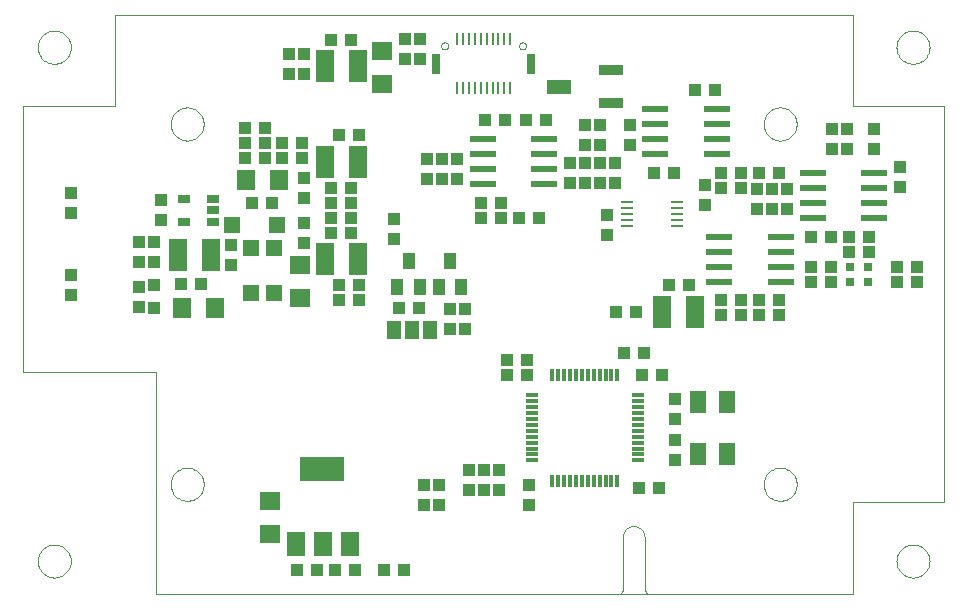
<source format=gtp>
G75*
G70*
%OFA0B0*%
%FSLAX24Y24*%
%IPPOS*%
%LPD*%
%AMOC8*
5,1,8,0,0,1.08239X$1,22.5*
%
%ADD10C,0.0000*%
%ADD11R,0.0394X0.0118*%
%ADD12R,0.0118X0.0394*%
%ADD13R,0.0394X0.0433*%
%ADD14R,0.0433X0.0394*%
%ADD15R,0.0315X0.0315*%
%ADD16R,0.0590X0.0790*%
%ADD17R,0.1500X0.0790*%
%ADD18R,0.0709X0.0630*%
%ADD19R,0.0630X0.0709*%
%ADD20R,0.0551X0.0748*%
%ADD21R,0.0394X0.0394*%
%ADD22R,0.0394X0.0276*%
%ADD23R,0.0551X0.0551*%
%ADD24R,0.0630X0.1063*%
%ADD25R,0.0394X0.0551*%
%ADD26R,0.0098X0.0394*%
%ADD27R,0.0315X0.0709*%
%ADD28R,0.0870X0.0240*%
%ADD29R,0.0866X0.0236*%
%ADD30R,0.0394X0.0098*%
%ADD31R,0.0460X0.0630*%
%ADD32R,0.0787X0.0354*%
%ADD33R,0.0787X0.0512*%
D10*
X000780Y001331D02*
X000782Y001378D01*
X000788Y001424D01*
X000798Y001470D01*
X000811Y001515D01*
X000829Y001558D01*
X000850Y001600D01*
X000874Y001640D01*
X000902Y001677D01*
X000933Y001712D01*
X000967Y001745D01*
X001003Y001774D01*
X001042Y001800D01*
X001083Y001823D01*
X001126Y001842D01*
X001170Y001858D01*
X001215Y001870D01*
X001261Y001878D01*
X001308Y001882D01*
X001354Y001882D01*
X001401Y001878D01*
X001447Y001870D01*
X001492Y001858D01*
X001536Y001842D01*
X001579Y001823D01*
X001620Y001800D01*
X001659Y001774D01*
X001695Y001745D01*
X001729Y001712D01*
X001760Y001677D01*
X001788Y001640D01*
X001812Y001600D01*
X001833Y001558D01*
X001851Y001515D01*
X001864Y001470D01*
X001874Y001424D01*
X001880Y001378D01*
X001882Y001331D01*
X001880Y001284D01*
X001874Y001238D01*
X001864Y001192D01*
X001851Y001147D01*
X001833Y001104D01*
X001812Y001062D01*
X001788Y001022D01*
X001760Y000985D01*
X001729Y000950D01*
X001695Y000917D01*
X001659Y000888D01*
X001620Y000862D01*
X001579Y000839D01*
X001536Y000820D01*
X001492Y000804D01*
X001447Y000792D01*
X001401Y000784D01*
X001354Y000780D01*
X001308Y000780D01*
X001261Y000784D01*
X001215Y000792D01*
X001170Y000804D01*
X001126Y000820D01*
X001083Y000839D01*
X001042Y000862D01*
X001003Y000888D01*
X000967Y000917D01*
X000933Y000950D01*
X000902Y000985D01*
X000874Y001022D01*
X000850Y001062D01*
X000829Y001104D01*
X000811Y001147D01*
X000798Y001192D01*
X000788Y001238D01*
X000782Y001284D01*
X000780Y001331D01*
X004717Y000248D02*
X004717Y007630D01*
X000288Y007630D01*
X000288Y016489D01*
X003339Y016489D01*
X003339Y019540D01*
X027945Y019540D01*
X027945Y016489D01*
X030996Y016489D01*
X030996Y003300D01*
X027945Y003300D01*
X027945Y000248D01*
X004717Y000248D01*
X005209Y003890D02*
X005211Y003937D01*
X005217Y003983D01*
X005227Y004029D01*
X005240Y004074D01*
X005258Y004117D01*
X005279Y004159D01*
X005303Y004199D01*
X005331Y004236D01*
X005362Y004271D01*
X005396Y004304D01*
X005432Y004333D01*
X005471Y004359D01*
X005512Y004382D01*
X005555Y004401D01*
X005599Y004417D01*
X005644Y004429D01*
X005690Y004437D01*
X005737Y004441D01*
X005783Y004441D01*
X005830Y004437D01*
X005876Y004429D01*
X005921Y004417D01*
X005965Y004401D01*
X006008Y004382D01*
X006049Y004359D01*
X006088Y004333D01*
X006124Y004304D01*
X006158Y004271D01*
X006189Y004236D01*
X006217Y004199D01*
X006241Y004159D01*
X006262Y004117D01*
X006280Y004074D01*
X006293Y004029D01*
X006303Y003983D01*
X006309Y003937D01*
X006311Y003890D01*
X006309Y003843D01*
X006303Y003797D01*
X006293Y003751D01*
X006280Y003706D01*
X006262Y003663D01*
X006241Y003621D01*
X006217Y003581D01*
X006189Y003544D01*
X006158Y003509D01*
X006124Y003476D01*
X006088Y003447D01*
X006049Y003421D01*
X006008Y003398D01*
X005965Y003379D01*
X005921Y003363D01*
X005876Y003351D01*
X005830Y003343D01*
X005783Y003339D01*
X005737Y003339D01*
X005690Y003343D01*
X005644Y003351D01*
X005599Y003363D01*
X005555Y003379D01*
X005512Y003398D01*
X005471Y003421D01*
X005432Y003447D01*
X005396Y003476D01*
X005362Y003509D01*
X005331Y003544D01*
X005303Y003581D01*
X005279Y003621D01*
X005258Y003663D01*
X005240Y003706D01*
X005227Y003751D01*
X005217Y003797D01*
X005211Y003843D01*
X005209Y003890D01*
X020275Y002135D02*
X020275Y000360D01*
X020242Y000310D01*
X020192Y000248D01*
X021092Y000248D01*
X021042Y000310D01*
X021005Y000360D01*
X021005Y002135D01*
X021003Y002172D01*
X020998Y002208D01*
X020988Y002244D01*
X020975Y002279D01*
X020959Y002312D01*
X020940Y002344D01*
X020917Y002373D01*
X020891Y002400D01*
X020863Y002424D01*
X020833Y002445D01*
X020801Y002463D01*
X020767Y002477D01*
X020731Y002488D01*
X020695Y002496D01*
X020658Y002500D01*
X020622Y002500D01*
X020585Y002496D01*
X020549Y002488D01*
X020513Y002477D01*
X020479Y002463D01*
X020447Y002445D01*
X020417Y002424D01*
X020389Y002400D01*
X020363Y002373D01*
X020340Y002344D01*
X020321Y002312D01*
X020305Y002279D01*
X020292Y002244D01*
X020282Y002208D01*
X020277Y002172D01*
X020275Y002135D01*
X024973Y003890D02*
X024975Y003937D01*
X024981Y003983D01*
X024991Y004029D01*
X025004Y004074D01*
X025022Y004117D01*
X025043Y004159D01*
X025067Y004199D01*
X025095Y004236D01*
X025126Y004271D01*
X025160Y004304D01*
X025196Y004333D01*
X025235Y004359D01*
X025276Y004382D01*
X025319Y004401D01*
X025363Y004417D01*
X025408Y004429D01*
X025454Y004437D01*
X025501Y004441D01*
X025547Y004441D01*
X025594Y004437D01*
X025640Y004429D01*
X025685Y004417D01*
X025729Y004401D01*
X025772Y004382D01*
X025813Y004359D01*
X025852Y004333D01*
X025888Y004304D01*
X025922Y004271D01*
X025953Y004236D01*
X025981Y004199D01*
X026005Y004159D01*
X026026Y004117D01*
X026044Y004074D01*
X026057Y004029D01*
X026067Y003983D01*
X026073Y003937D01*
X026075Y003890D01*
X026073Y003843D01*
X026067Y003797D01*
X026057Y003751D01*
X026044Y003706D01*
X026026Y003663D01*
X026005Y003621D01*
X025981Y003581D01*
X025953Y003544D01*
X025922Y003509D01*
X025888Y003476D01*
X025852Y003447D01*
X025813Y003421D01*
X025772Y003398D01*
X025729Y003379D01*
X025685Y003363D01*
X025640Y003351D01*
X025594Y003343D01*
X025547Y003339D01*
X025501Y003339D01*
X025454Y003343D01*
X025408Y003351D01*
X025363Y003363D01*
X025319Y003379D01*
X025276Y003398D01*
X025235Y003421D01*
X025196Y003447D01*
X025160Y003476D01*
X025126Y003509D01*
X025095Y003544D01*
X025067Y003581D01*
X025043Y003621D01*
X025022Y003663D01*
X025004Y003706D01*
X024991Y003751D01*
X024981Y003797D01*
X024975Y003843D01*
X024973Y003890D01*
X029402Y001331D02*
X029404Y001378D01*
X029410Y001424D01*
X029420Y001470D01*
X029433Y001515D01*
X029451Y001558D01*
X029472Y001600D01*
X029496Y001640D01*
X029524Y001677D01*
X029555Y001712D01*
X029589Y001745D01*
X029625Y001774D01*
X029664Y001800D01*
X029705Y001823D01*
X029748Y001842D01*
X029792Y001858D01*
X029837Y001870D01*
X029883Y001878D01*
X029930Y001882D01*
X029976Y001882D01*
X030023Y001878D01*
X030069Y001870D01*
X030114Y001858D01*
X030158Y001842D01*
X030201Y001823D01*
X030242Y001800D01*
X030281Y001774D01*
X030317Y001745D01*
X030351Y001712D01*
X030382Y001677D01*
X030410Y001640D01*
X030434Y001600D01*
X030455Y001558D01*
X030473Y001515D01*
X030486Y001470D01*
X030496Y001424D01*
X030502Y001378D01*
X030504Y001331D01*
X030502Y001284D01*
X030496Y001238D01*
X030486Y001192D01*
X030473Y001147D01*
X030455Y001104D01*
X030434Y001062D01*
X030410Y001022D01*
X030382Y000985D01*
X030351Y000950D01*
X030317Y000917D01*
X030281Y000888D01*
X030242Y000862D01*
X030201Y000839D01*
X030158Y000820D01*
X030114Y000804D01*
X030069Y000792D01*
X030023Y000784D01*
X029976Y000780D01*
X029930Y000780D01*
X029883Y000784D01*
X029837Y000792D01*
X029792Y000804D01*
X029748Y000820D01*
X029705Y000839D01*
X029664Y000862D01*
X029625Y000888D01*
X029589Y000917D01*
X029555Y000950D01*
X029524Y000985D01*
X029496Y001022D01*
X029472Y001062D01*
X029451Y001104D01*
X029433Y001147D01*
X029420Y001192D01*
X029410Y001238D01*
X029404Y001284D01*
X029402Y001331D01*
X024973Y015898D02*
X024975Y015945D01*
X024981Y015991D01*
X024991Y016037D01*
X025004Y016082D01*
X025022Y016125D01*
X025043Y016167D01*
X025067Y016207D01*
X025095Y016244D01*
X025126Y016279D01*
X025160Y016312D01*
X025196Y016341D01*
X025235Y016367D01*
X025276Y016390D01*
X025319Y016409D01*
X025363Y016425D01*
X025408Y016437D01*
X025454Y016445D01*
X025501Y016449D01*
X025547Y016449D01*
X025594Y016445D01*
X025640Y016437D01*
X025685Y016425D01*
X025729Y016409D01*
X025772Y016390D01*
X025813Y016367D01*
X025852Y016341D01*
X025888Y016312D01*
X025922Y016279D01*
X025953Y016244D01*
X025981Y016207D01*
X026005Y016167D01*
X026026Y016125D01*
X026044Y016082D01*
X026057Y016037D01*
X026067Y015991D01*
X026073Y015945D01*
X026075Y015898D01*
X026073Y015851D01*
X026067Y015805D01*
X026057Y015759D01*
X026044Y015714D01*
X026026Y015671D01*
X026005Y015629D01*
X025981Y015589D01*
X025953Y015552D01*
X025922Y015517D01*
X025888Y015484D01*
X025852Y015455D01*
X025813Y015429D01*
X025772Y015406D01*
X025729Y015387D01*
X025685Y015371D01*
X025640Y015359D01*
X025594Y015351D01*
X025547Y015347D01*
X025501Y015347D01*
X025454Y015351D01*
X025408Y015359D01*
X025363Y015371D01*
X025319Y015387D01*
X025276Y015406D01*
X025235Y015429D01*
X025196Y015455D01*
X025160Y015484D01*
X025126Y015517D01*
X025095Y015552D01*
X025067Y015589D01*
X025043Y015629D01*
X025022Y015671D01*
X025004Y015714D01*
X024991Y015759D01*
X024981Y015805D01*
X024975Y015851D01*
X024973Y015898D01*
X029402Y018457D02*
X029404Y018504D01*
X029410Y018550D01*
X029420Y018596D01*
X029433Y018641D01*
X029451Y018684D01*
X029472Y018726D01*
X029496Y018766D01*
X029524Y018803D01*
X029555Y018838D01*
X029589Y018871D01*
X029625Y018900D01*
X029664Y018926D01*
X029705Y018949D01*
X029748Y018968D01*
X029792Y018984D01*
X029837Y018996D01*
X029883Y019004D01*
X029930Y019008D01*
X029976Y019008D01*
X030023Y019004D01*
X030069Y018996D01*
X030114Y018984D01*
X030158Y018968D01*
X030201Y018949D01*
X030242Y018926D01*
X030281Y018900D01*
X030317Y018871D01*
X030351Y018838D01*
X030382Y018803D01*
X030410Y018766D01*
X030434Y018726D01*
X030455Y018684D01*
X030473Y018641D01*
X030486Y018596D01*
X030496Y018550D01*
X030502Y018504D01*
X030504Y018457D01*
X030502Y018410D01*
X030496Y018364D01*
X030486Y018318D01*
X030473Y018273D01*
X030455Y018230D01*
X030434Y018188D01*
X030410Y018148D01*
X030382Y018111D01*
X030351Y018076D01*
X030317Y018043D01*
X030281Y018014D01*
X030242Y017988D01*
X030201Y017965D01*
X030158Y017946D01*
X030114Y017930D01*
X030069Y017918D01*
X030023Y017910D01*
X029976Y017906D01*
X029930Y017906D01*
X029883Y017910D01*
X029837Y017918D01*
X029792Y017930D01*
X029748Y017946D01*
X029705Y017965D01*
X029664Y017988D01*
X029625Y018014D01*
X029589Y018043D01*
X029555Y018076D01*
X029524Y018111D01*
X029496Y018148D01*
X029472Y018188D01*
X029451Y018230D01*
X029433Y018273D01*
X029420Y018318D01*
X029410Y018364D01*
X029404Y018410D01*
X029402Y018457D01*
X016823Y018502D02*
X016825Y018523D01*
X016831Y018543D01*
X016840Y018563D01*
X016852Y018580D01*
X016867Y018594D01*
X016885Y018606D01*
X016905Y018614D01*
X016925Y018619D01*
X016946Y018620D01*
X016967Y018617D01*
X016987Y018611D01*
X017006Y018600D01*
X017023Y018587D01*
X017036Y018571D01*
X017047Y018553D01*
X017055Y018533D01*
X017059Y018513D01*
X017059Y018491D01*
X017055Y018471D01*
X017047Y018451D01*
X017036Y018433D01*
X017023Y018417D01*
X017006Y018404D01*
X016987Y018393D01*
X016967Y018387D01*
X016946Y018384D01*
X016925Y018385D01*
X016905Y018390D01*
X016885Y018398D01*
X016867Y018410D01*
X016852Y018424D01*
X016840Y018441D01*
X016831Y018461D01*
X016825Y018481D01*
X016823Y018502D01*
X014225Y018502D02*
X014227Y018523D01*
X014233Y018543D01*
X014242Y018563D01*
X014254Y018580D01*
X014269Y018594D01*
X014287Y018606D01*
X014307Y018614D01*
X014327Y018619D01*
X014348Y018620D01*
X014369Y018617D01*
X014389Y018611D01*
X014408Y018600D01*
X014425Y018587D01*
X014438Y018571D01*
X014449Y018553D01*
X014457Y018533D01*
X014461Y018513D01*
X014461Y018491D01*
X014457Y018471D01*
X014449Y018451D01*
X014438Y018433D01*
X014425Y018417D01*
X014408Y018404D01*
X014389Y018393D01*
X014369Y018387D01*
X014348Y018384D01*
X014327Y018385D01*
X014307Y018390D01*
X014287Y018398D01*
X014269Y018410D01*
X014254Y018424D01*
X014242Y018441D01*
X014233Y018461D01*
X014227Y018481D01*
X014225Y018502D01*
X005209Y015898D02*
X005211Y015945D01*
X005217Y015991D01*
X005227Y016037D01*
X005240Y016082D01*
X005258Y016125D01*
X005279Y016167D01*
X005303Y016207D01*
X005331Y016244D01*
X005362Y016279D01*
X005396Y016312D01*
X005432Y016341D01*
X005471Y016367D01*
X005512Y016390D01*
X005555Y016409D01*
X005599Y016425D01*
X005644Y016437D01*
X005690Y016445D01*
X005737Y016449D01*
X005783Y016449D01*
X005830Y016445D01*
X005876Y016437D01*
X005921Y016425D01*
X005965Y016409D01*
X006008Y016390D01*
X006049Y016367D01*
X006088Y016341D01*
X006124Y016312D01*
X006158Y016279D01*
X006189Y016244D01*
X006217Y016207D01*
X006241Y016167D01*
X006262Y016125D01*
X006280Y016082D01*
X006293Y016037D01*
X006303Y015991D01*
X006309Y015945D01*
X006311Y015898D01*
X006309Y015851D01*
X006303Y015805D01*
X006293Y015759D01*
X006280Y015714D01*
X006262Y015671D01*
X006241Y015629D01*
X006217Y015589D01*
X006189Y015552D01*
X006158Y015517D01*
X006124Y015484D01*
X006088Y015455D01*
X006049Y015429D01*
X006008Y015406D01*
X005965Y015387D01*
X005921Y015371D01*
X005876Y015359D01*
X005830Y015351D01*
X005783Y015347D01*
X005737Y015347D01*
X005690Y015351D01*
X005644Y015359D01*
X005599Y015371D01*
X005555Y015387D01*
X005512Y015406D01*
X005471Y015429D01*
X005432Y015455D01*
X005396Y015484D01*
X005362Y015517D01*
X005331Y015552D01*
X005303Y015589D01*
X005279Y015629D01*
X005258Y015671D01*
X005240Y015714D01*
X005227Y015759D01*
X005217Y015805D01*
X005211Y015851D01*
X005209Y015898D01*
X000780Y018457D02*
X000782Y018504D01*
X000788Y018550D01*
X000798Y018596D01*
X000811Y018641D01*
X000829Y018684D01*
X000850Y018726D01*
X000874Y018766D01*
X000902Y018803D01*
X000933Y018838D01*
X000967Y018871D01*
X001003Y018900D01*
X001042Y018926D01*
X001083Y018949D01*
X001126Y018968D01*
X001170Y018984D01*
X001215Y018996D01*
X001261Y019004D01*
X001308Y019008D01*
X001354Y019008D01*
X001401Y019004D01*
X001447Y018996D01*
X001492Y018984D01*
X001536Y018968D01*
X001579Y018949D01*
X001620Y018926D01*
X001659Y018900D01*
X001695Y018871D01*
X001729Y018838D01*
X001760Y018803D01*
X001788Y018766D01*
X001812Y018726D01*
X001833Y018684D01*
X001851Y018641D01*
X001864Y018596D01*
X001874Y018550D01*
X001880Y018504D01*
X001882Y018457D01*
X001880Y018410D01*
X001874Y018364D01*
X001864Y018318D01*
X001851Y018273D01*
X001833Y018230D01*
X001812Y018188D01*
X001788Y018148D01*
X001760Y018111D01*
X001729Y018076D01*
X001695Y018043D01*
X001659Y018014D01*
X001620Y017988D01*
X001579Y017965D01*
X001536Y017946D01*
X001492Y017930D01*
X001447Y017918D01*
X001401Y017910D01*
X001354Y017906D01*
X001308Y017906D01*
X001261Y017910D01*
X001215Y017918D01*
X001170Y017930D01*
X001126Y017946D01*
X001083Y017965D01*
X001042Y017988D01*
X001003Y018014D01*
X000967Y018043D01*
X000933Y018076D01*
X000902Y018111D01*
X000874Y018148D01*
X000850Y018188D01*
X000829Y018230D01*
X000811Y018273D01*
X000798Y018318D01*
X000788Y018364D01*
X000782Y018410D01*
X000780Y018457D01*
D11*
X017245Y006852D03*
X017245Y006655D03*
X017245Y006458D03*
X017245Y006261D03*
X017245Y006064D03*
X017245Y005868D03*
X017245Y005671D03*
X017245Y005474D03*
X017245Y005277D03*
X017245Y005080D03*
X017245Y004883D03*
X017245Y004686D03*
X020789Y004686D03*
X020789Y004883D03*
X020789Y005080D03*
X020789Y005277D03*
X020789Y005474D03*
X020789Y005671D03*
X020789Y005868D03*
X020789Y006064D03*
X020789Y006261D03*
X020789Y006458D03*
X020789Y006655D03*
X020789Y006852D03*
D12*
X020100Y007541D03*
X019903Y007541D03*
X019706Y007541D03*
X019509Y007541D03*
X019312Y007541D03*
X019116Y007541D03*
X018919Y007541D03*
X018722Y007541D03*
X018525Y007541D03*
X018328Y007541D03*
X018131Y007541D03*
X017934Y007541D03*
X017934Y003997D03*
X018131Y003997D03*
X018328Y003997D03*
X018525Y003997D03*
X018722Y003997D03*
X018919Y003997D03*
X019116Y003997D03*
X019312Y003997D03*
X019509Y003997D03*
X019706Y003997D03*
X019903Y003997D03*
X020100Y003997D03*
D13*
X022017Y004684D03*
X022017Y005354D03*
X022017Y006059D03*
X022017Y006729D03*
X017142Y003854D03*
X017142Y003184D03*
X016142Y003684D03*
X015642Y003684D03*
X015142Y003684D03*
X014142Y003854D03*
X013642Y003854D03*
X013642Y003184D03*
X014142Y003184D03*
X015142Y004354D03*
X015642Y004354D03*
X016142Y004354D03*
X012977Y001019D03*
X012307Y001019D03*
X014517Y009059D03*
X015017Y009059D03*
X015017Y009729D03*
X014517Y009729D03*
X012642Y012059D03*
X012642Y012729D03*
X013767Y014059D03*
X014267Y014059D03*
X014767Y014059D03*
X014767Y014729D03*
X014267Y014729D03*
X013767Y014729D03*
X009642Y014104D03*
X009642Y013434D03*
X009642Y012604D03*
X009642Y011934D03*
X007223Y011876D03*
X007223Y011207D03*
X004892Y012684D03*
X004892Y013354D03*
X004642Y011979D03*
X004142Y011979D03*
X004142Y011309D03*
X004642Y011309D03*
X004142Y010479D03*
X004142Y009809D03*
X001892Y010184D03*
X001892Y010854D03*
X001892Y012934D03*
X001892Y013604D03*
X009142Y017559D03*
X009642Y017559D03*
X009642Y018229D03*
X009142Y018229D03*
X013017Y018059D03*
X013517Y018059D03*
X013517Y018729D03*
X013017Y018729D03*
X019017Y015854D03*
X019517Y015854D03*
X020517Y015854D03*
X020517Y015184D03*
X020017Y014604D03*
X019517Y014604D03*
X019017Y014604D03*
X018517Y014604D03*
X018517Y013934D03*
X019017Y013934D03*
X019517Y013934D03*
X020017Y013934D03*
X019767Y012854D03*
X019767Y012184D03*
X023017Y013184D03*
X023017Y013854D03*
X024767Y013729D03*
X025267Y013729D03*
X025767Y013729D03*
X025767Y013059D03*
X025267Y013059D03*
X024767Y013059D03*
X027267Y015059D03*
X027767Y015059D03*
X027767Y015729D03*
X027267Y015729D03*
X028642Y015729D03*
X028642Y015059D03*
X029517Y014479D03*
X029517Y013809D03*
X019517Y015184D03*
X019017Y015184D03*
D14*
X017727Y016019D03*
X017057Y016019D03*
X016352Y016019D03*
X015682Y016019D03*
X015557Y013269D03*
X016227Y013269D03*
X016227Y012769D03*
X016807Y012769D03*
X017477Y012769D03*
X015557Y012769D03*
X011477Y010519D03*
X010807Y010519D03*
X010807Y010019D03*
X011477Y010019D03*
X012807Y009769D03*
X013477Y009769D03*
X016432Y008019D03*
X017102Y008019D03*
X017102Y007519D03*
X016432Y007519D03*
X020307Y008269D03*
X020977Y008269D03*
X020932Y007519D03*
X021602Y007519D03*
X020727Y009644D03*
X020057Y009644D03*
X021807Y010519D03*
X022477Y010519D03*
X023557Y010019D03*
X023557Y009519D03*
X024227Y009519D03*
X024227Y010019D03*
X024807Y010019D03*
X024807Y009519D03*
X025477Y009519D03*
X025477Y010019D03*
X026557Y010644D03*
X026557Y011144D03*
X027227Y011144D03*
X027807Y011644D03*
X027807Y012144D03*
X027227Y012144D03*
X026557Y012144D03*
X028477Y012144D03*
X028477Y011644D03*
X029432Y011144D03*
X030102Y011144D03*
X030102Y010644D03*
X029432Y010644D03*
X027227Y010644D03*
X024227Y013769D03*
X023557Y013769D03*
X023557Y014269D03*
X024227Y014269D03*
X024807Y014269D03*
X025477Y014269D03*
X021977Y014269D03*
X021307Y014269D03*
X022682Y017019D03*
X023352Y017019D03*
X011477Y015519D03*
X010807Y015519D03*
X009602Y015269D03*
X008932Y015269D03*
X008352Y015269D03*
X008352Y015769D03*
X007682Y015769D03*
X007682Y015269D03*
X007682Y014769D03*
X008352Y014769D03*
X008932Y014769D03*
X009602Y014769D03*
X010557Y013769D03*
X010557Y013269D03*
X011227Y013269D03*
X011227Y013769D03*
X011227Y012769D03*
X011227Y012269D03*
X010557Y012269D03*
X010557Y012769D03*
X008602Y013269D03*
X007932Y013269D03*
X006227Y010580D03*
X005557Y010580D03*
X010557Y018707D03*
X011227Y018707D03*
X020807Y003769D03*
X021477Y003769D03*
X011352Y001019D03*
X010682Y001019D03*
X010102Y001019D03*
X009432Y001019D03*
D15*
X027847Y010644D03*
X028437Y010644D03*
X028437Y011144D03*
X027847Y011144D03*
D16*
X011177Y001904D03*
X010277Y001904D03*
X009377Y001904D03*
D17*
X010267Y004384D03*
D18*
X008517Y003320D03*
X008517Y002218D03*
X009517Y010093D03*
X009517Y011195D03*
X012267Y017218D03*
X012267Y018320D03*
D19*
X008818Y014019D03*
X007716Y014019D03*
X006693Y009769D03*
X005591Y009769D03*
D20*
X022795Y006635D03*
X023740Y006635D03*
X023740Y004903D03*
X022795Y004903D03*
D21*
X004642Y009750D03*
X004642Y010538D03*
D22*
X005670Y012629D03*
X006615Y012629D03*
X006615Y013019D03*
X006615Y013409D03*
X005670Y013409D03*
D23*
X007269Y012519D03*
X007892Y011767D03*
X008642Y011767D03*
X008765Y012519D03*
X008642Y010271D03*
X007892Y010271D03*
D24*
X006568Y011519D03*
X005466Y011519D03*
X010341Y011394D03*
X011443Y011394D03*
X011443Y014644D03*
X010341Y014644D03*
X010341Y017832D03*
X011443Y017832D03*
X021591Y009644D03*
X022693Y009644D03*
D25*
X014891Y010461D03*
X014143Y010461D03*
X013516Y010461D03*
X012768Y010461D03*
X013142Y011327D03*
X014517Y011327D03*
D26*
X014756Y017085D03*
X014953Y017085D03*
X015150Y017085D03*
X015347Y017085D03*
X015544Y017085D03*
X015741Y017085D03*
X015937Y017085D03*
X016134Y017085D03*
X016331Y017085D03*
X016528Y017085D03*
X016528Y018739D03*
X016331Y018739D03*
X016134Y018739D03*
X015937Y018739D03*
X015741Y018739D03*
X015544Y018739D03*
X015347Y018739D03*
X015150Y018739D03*
X014953Y018739D03*
X014756Y018739D03*
D27*
X014067Y017912D03*
X017217Y017912D03*
D28*
X023487Y012144D03*
X023487Y011644D03*
X023487Y011144D03*
X023487Y010644D03*
X025547Y010644D03*
X025547Y011144D03*
X025547Y011644D03*
X025547Y012144D03*
D29*
X026619Y012769D03*
X026619Y013269D03*
X026619Y013769D03*
X026619Y014269D03*
X028666Y014269D03*
X028666Y013769D03*
X028666Y013269D03*
X028666Y012769D03*
X023416Y014894D03*
X023416Y015394D03*
X023416Y015894D03*
X023416Y016394D03*
X021369Y016394D03*
X021369Y015894D03*
X021369Y015394D03*
X021369Y014894D03*
X017666Y014894D03*
X017666Y015394D03*
X017666Y014394D03*
X017666Y013894D03*
X015619Y013894D03*
X015619Y014394D03*
X015619Y014894D03*
X015619Y015394D03*
D30*
X020435Y013288D03*
X020435Y013091D03*
X020435Y012894D03*
X020435Y012697D03*
X020435Y012500D03*
X022099Y012500D03*
X022099Y012697D03*
X022099Y012894D03*
X022099Y013091D03*
X022099Y013288D03*
D31*
X013867Y009019D03*
X013267Y009019D03*
X012667Y009019D03*
D32*
X019883Y016593D03*
X019883Y017695D03*
D33*
X018151Y017144D03*
M02*

</source>
